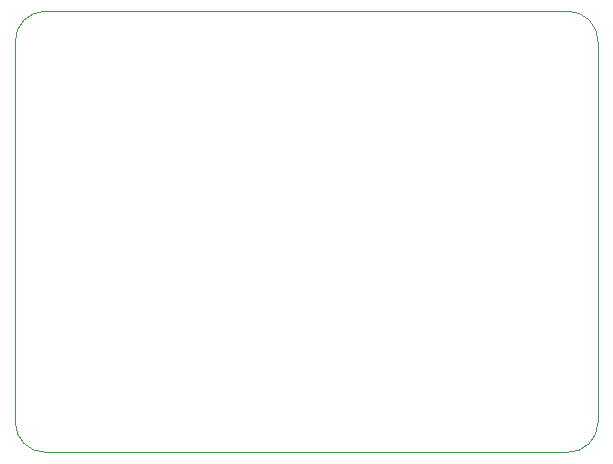
<source format=gbr>
%TF.GenerationSoftware,KiCad,Pcbnew,7.0.6-1.fc38*%
%TF.CreationDate,2023-08-06T10:31:57+03:00*%
%TF.ProjectId,stm32-breakout,73746d33-322d-4627-9265-616b6f75742e,v.1.0*%
%TF.SameCoordinates,Original*%
%TF.FileFunction,Profile,NP*%
%FSLAX46Y46*%
G04 Gerber Fmt 4.6, Leading zero omitted, Abs format (unit mm)*
G04 Created by KiCad (PCBNEW 7.0.6-1.fc38) date 2023-08-06 10:31:57*
%MOMM*%
%LPD*%
G01*
G04 APERTURE LIST*
%TA.AperFunction,Profile*%
%ADD10C,0.100000*%
%TD*%
G04 APERTURE END LIST*
D10*
X169800000Y-79800000D02*
X169800000Y-112000000D01*
X123000000Y-77200000D02*
G75*
G03*
X120450471Y-79799029I0J-2550000D01*
G01*
X120450471Y-111999029D02*
G75*
G03*
X123000000Y-114549529I2549529J-971D01*
G01*
X167200000Y-114549510D02*
G75*
G03*
X169800000Y-112000000I50000J2549510D01*
G01*
X123000000Y-114549529D02*
X167200000Y-114549529D01*
X123000000Y-77200000D02*
X167200000Y-77200000D01*
X169800000Y-79800000D02*
G75*
G03*
X167200000Y-77200000I-2550000J50000D01*
G01*
X120450471Y-79799029D02*
X120450471Y-111999029D01*
M02*

</source>
